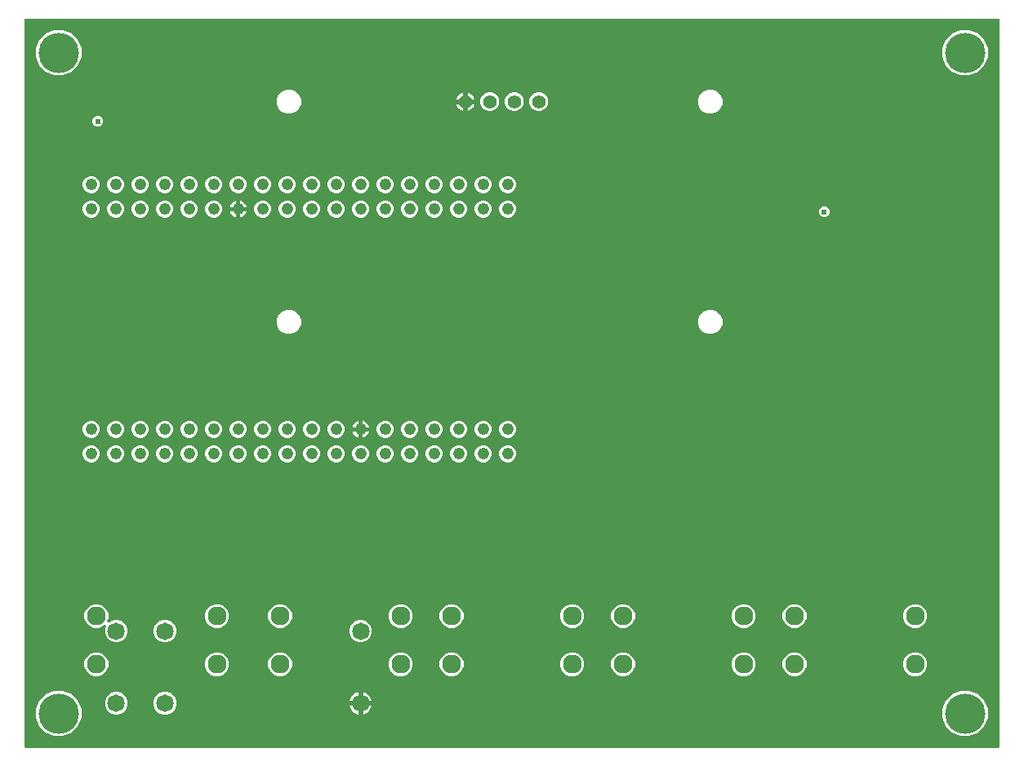
<source format=gbr>
G04 EAGLE Gerber RS-274X export*
G75*
%MOMM*%
%FSLAX34Y34*%
%LPD*%
%INCopper Layer 15*%
%IPPOS*%
%AMOC8*
5,1,8,0,0,1.08239X$1,22.5*%
G01*
%ADD10C,1.820000*%
%ADD11C,4.191000*%
%ADD12C,1.960000*%
%ADD13C,1.422400*%
%ADD14C,1.244600*%
%ADD15C,0.609600*%

G36*
X1012308Y2556D02*
X1012308Y2556D01*
X1012427Y2563D01*
X1012465Y2576D01*
X1012506Y2581D01*
X1012616Y2624D01*
X1012729Y2661D01*
X1012764Y2683D01*
X1012801Y2698D01*
X1012897Y2767D01*
X1012998Y2831D01*
X1013026Y2861D01*
X1013059Y2884D01*
X1013135Y2976D01*
X1013216Y3063D01*
X1013236Y3098D01*
X1013261Y3129D01*
X1013312Y3237D01*
X1013370Y3341D01*
X1013380Y3381D01*
X1013397Y3417D01*
X1013419Y3534D01*
X1013449Y3649D01*
X1013453Y3709D01*
X1013457Y3729D01*
X1013455Y3750D01*
X1013459Y3810D01*
X1013459Y758190D01*
X1013444Y758308D01*
X1013437Y758427D01*
X1013424Y758465D01*
X1013419Y758506D01*
X1013376Y758616D01*
X1013339Y758729D01*
X1013317Y758764D01*
X1013302Y758801D01*
X1013233Y758897D01*
X1013169Y758998D01*
X1013139Y759026D01*
X1013116Y759059D01*
X1013024Y759135D01*
X1012937Y759216D01*
X1012902Y759236D01*
X1012871Y759261D01*
X1012763Y759312D01*
X1012659Y759370D01*
X1012619Y759380D01*
X1012583Y759397D01*
X1012466Y759419D01*
X1012351Y759449D01*
X1012291Y759453D01*
X1012271Y759457D01*
X1012250Y759455D01*
X1012190Y759459D01*
X3810Y759459D01*
X3692Y759444D01*
X3573Y759437D01*
X3535Y759424D01*
X3494Y759419D01*
X3384Y759376D01*
X3271Y759339D01*
X3236Y759317D01*
X3199Y759302D01*
X3103Y759233D01*
X3002Y759169D01*
X2974Y759139D01*
X2941Y759116D01*
X2865Y759024D01*
X2784Y758937D01*
X2764Y758902D01*
X2739Y758871D01*
X2688Y758763D01*
X2630Y758659D01*
X2620Y758619D01*
X2603Y758583D01*
X2581Y758466D01*
X2551Y758351D01*
X2547Y758291D01*
X2543Y758271D01*
X2545Y758250D01*
X2541Y758190D01*
X2541Y3810D01*
X2556Y3692D01*
X2563Y3573D01*
X2576Y3535D01*
X2581Y3494D01*
X2624Y3384D01*
X2661Y3271D01*
X2683Y3236D01*
X2698Y3199D01*
X2767Y3103D01*
X2831Y3002D01*
X2861Y2974D01*
X2884Y2941D01*
X2976Y2865D01*
X3063Y2784D01*
X3098Y2764D01*
X3129Y2739D01*
X3237Y2688D01*
X3341Y2630D01*
X3381Y2620D01*
X3417Y2603D01*
X3534Y2581D01*
X3649Y2551D01*
X3709Y2547D01*
X3729Y2543D01*
X3750Y2545D01*
X3810Y2541D01*
X1012190Y2541D01*
X1012308Y2556D01*
G37*
%LPC*%
G36*
X973226Y700404D02*
X973226Y700404D01*
X964591Y703981D01*
X957981Y710591D01*
X954404Y719226D01*
X954404Y728574D01*
X957981Y737209D01*
X964591Y743819D01*
X973226Y747396D01*
X982574Y747396D01*
X991209Y743819D01*
X997819Y737209D01*
X1001396Y728574D01*
X1001396Y719226D01*
X997819Y710591D01*
X991209Y703981D01*
X982574Y700404D01*
X973226Y700404D01*
G37*
%LPD*%
%LPC*%
G36*
X33426Y700404D02*
X33426Y700404D01*
X24791Y703981D01*
X18181Y710591D01*
X14604Y719226D01*
X14604Y728574D01*
X18181Y737209D01*
X24791Y743819D01*
X33426Y747396D01*
X42774Y747396D01*
X51409Y743819D01*
X58019Y737209D01*
X61596Y728574D01*
X61596Y719226D01*
X58019Y710591D01*
X51409Y703981D01*
X42774Y700404D01*
X33426Y700404D01*
G37*
%LPD*%
%LPC*%
G36*
X33426Y14604D02*
X33426Y14604D01*
X24791Y18181D01*
X18181Y24791D01*
X14604Y33426D01*
X14604Y42774D01*
X18181Y51409D01*
X24791Y58019D01*
X33426Y61596D01*
X42774Y61596D01*
X51409Y58019D01*
X58019Y51409D01*
X61596Y42774D01*
X61596Y33426D01*
X58019Y24791D01*
X51409Y18181D01*
X42774Y14604D01*
X33426Y14604D01*
G37*
%LPD*%
%LPC*%
G36*
X973226Y14604D02*
X973226Y14604D01*
X964591Y18181D01*
X957981Y24791D01*
X954404Y33426D01*
X954404Y42774D01*
X957981Y51409D01*
X964591Y58019D01*
X973226Y61596D01*
X982574Y61596D01*
X991209Y58019D01*
X997819Y51409D01*
X1001396Y42774D01*
X1001396Y33426D01*
X997819Y24791D01*
X991209Y18181D01*
X982574Y14604D01*
X973226Y14604D01*
G37*
%LPD*%
%LPC*%
G36*
X95484Y112059D02*
X95484Y112059D01*
X91206Y113831D01*
X87931Y117106D01*
X86159Y121384D01*
X86159Y126015D01*
X87105Y128300D01*
X87124Y128367D01*
X87152Y128431D01*
X87166Y128520D01*
X87189Y128606D01*
X87190Y128676D01*
X87201Y128745D01*
X87193Y128835D01*
X87194Y128924D01*
X87178Y128992D01*
X87172Y129062D01*
X87141Y129146D01*
X87120Y129234D01*
X87088Y129295D01*
X87064Y129361D01*
X87014Y129435D01*
X86972Y129515D01*
X86925Y129566D01*
X86885Y129624D01*
X86818Y129684D01*
X86758Y129750D01*
X86699Y129788D01*
X86647Y129835D01*
X86567Y129875D01*
X86492Y129925D01*
X86426Y129947D01*
X86364Y129979D01*
X86276Y129999D01*
X86191Y130028D01*
X86122Y130034D01*
X86053Y130049D01*
X85964Y130046D01*
X85874Y130053D01*
X85805Y130041D01*
X85736Y130039D01*
X85649Y130014D01*
X85561Y129999D01*
X85497Y129970D01*
X85430Y129951D01*
X85353Y129905D01*
X85271Y129868D01*
X85216Y129825D01*
X85156Y129789D01*
X85035Y129683D01*
X84190Y128838D01*
X79655Y126959D01*
X74745Y126959D01*
X70210Y128838D01*
X66738Y132310D01*
X64859Y136845D01*
X64859Y141755D01*
X66738Y146290D01*
X70210Y149762D01*
X74745Y151641D01*
X79655Y151641D01*
X84190Y149762D01*
X87662Y146290D01*
X89541Y141755D01*
X89541Y136845D01*
X88488Y134304D01*
X88470Y134237D01*
X88442Y134172D01*
X88428Y134084D01*
X88404Y133997D01*
X88403Y133927D01*
X88392Y133858D01*
X88400Y133769D01*
X88399Y133679D01*
X88415Y133611D01*
X88422Y133542D01*
X88452Y133457D01*
X88473Y133370D01*
X88506Y133308D01*
X88529Y133242D01*
X88580Y133168D01*
X88622Y133089D01*
X88669Y133037D01*
X88708Y132979D01*
X88775Y132920D01*
X88836Y132853D01*
X88894Y132815D01*
X88946Y132769D01*
X89026Y132728D01*
X89102Y132679D01*
X89168Y132656D01*
X89230Y132624D01*
X89317Y132605D01*
X89402Y132575D01*
X89472Y132570D01*
X89540Y132555D01*
X89630Y132557D01*
X89719Y132550D01*
X89788Y132562D01*
X89858Y132564D01*
X89944Y132589D01*
X90033Y132605D01*
X90096Y132633D01*
X90163Y132653D01*
X90241Y132698D01*
X90323Y132735D01*
X90377Y132779D01*
X90437Y132814D01*
X90558Y132921D01*
X91206Y133569D01*
X95484Y135341D01*
X100116Y135341D01*
X104394Y133569D01*
X107669Y130294D01*
X109441Y126016D01*
X109441Y121384D01*
X107669Y117106D01*
X104394Y113831D01*
X100116Y112059D01*
X95484Y112059D01*
G37*
%LPD*%
%LPC*%
G36*
X711245Y660559D02*
X711245Y660559D01*
X706636Y662468D01*
X703108Y665996D01*
X701199Y670605D01*
X701199Y675595D01*
X703108Y680204D01*
X706636Y683732D01*
X711245Y685641D01*
X716235Y685641D01*
X720844Y683732D01*
X724372Y680204D01*
X726281Y675595D01*
X726281Y670605D01*
X724372Y665996D01*
X720844Y662468D01*
X716235Y660559D01*
X711245Y660559D01*
G37*
%LPD*%
%LPC*%
G36*
X274365Y660559D02*
X274365Y660559D01*
X269756Y662468D01*
X266228Y665996D01*
X264319Y670605D01*
X264319Y675595D01*
X266228Y680204D01*
X269756Y683732D01*
X274365Y685641D01*
X279355Y685641D01*
X283964Y683732D01*
X287492Y680204D01*
X289401Y675595D01*
X289401Y670605D01*
X287492Y665996D01*
X283964Y662468D01*
X279355Y660559D01*
X274365Y660559D01*
G37*
%LPD*%
%LPC*%
G36*
X274365Y431959D02*
X274365Y431959D01*
X269756Y433868D01*
X266228Y437396D01*
X264319Y442005D01*
X264319Y446995D01*
X266228Y451604D01*
X269756Y455132D01*
X274365Y457041D01*
X279355Y457041D01*
X283964Y455132D01*
X287492Y451604D01*
X289401Y446995D01*
X289401Y442005D01*
X287492Y437396D01*
X283964Y433868D01*
X279355Y431959D01*
X274365Y431959D01*
G37*
%LPD*%
%LPC*%
G36*
X711245Y431959D02*
X711245Y431959D01*
X706636Y433868D01*
X703108Y437396D01*
X701199Y442005D01*
X701199Y446995D01*
X703108Y451604D01*
X706636Y455132D01*
X711245Y457041D01*
X716235Y457041D01*
X720844Y455132D01*
X724372Y451604D01*
X726281Y446995D01*
X726281Y442005D01*
X724372Y437396D01*
X720844Y433868D01*
X716235Y431959D01*
X711245Y431959D01*
G37*
%LPD*%
%LPC*%
G36*
X620845Y126959D02*
X620845Y126959D01*
X616310Y128838D01*
X612838Y132310D01*
X610959Y136845D01*
X610959Y141755D01*
X612838Y146290D01*
X616310Y149762D01*
X620845Y151641D01*
X625755Y151641D01*
X630290Y149762D01*
X633762Y146290D01*
X635641Y141755D01*
X635641Y136845D01*
X633762Y132310D01*
X630290Y128838D01*
X625755Y126959D01*
X620845Y126959D01*
G37*
%LPD*%
%LPC*%
G36*
X745845Y126959D02*
X745845Y126959D01*
X741310Y128838D01*
X737838Y132310D01*
X735959Y136845D01*
X735959Y141755D01*
X737838Y146290D01*
X741310Y149762D01*
X745845Y151641D01*
X750755Y151641D01*
X755290Y149762D01*
X758762Y146290D01*
X760641Y141755D01*
X760641Y136845D01*
X758762Y132310D01*
X755290Y128838D01*
X750755Y126959D01*
X745845Y126959D01*
G37*
%LPD*%
%LPC*%
G36*
X798645Y126959D02*
X798645Y126959D01*
X794110Y128838D01*
X790638Y132310D01*
X788759Y136845D01*
X788759Y141755D01*
X790638Y146290D01*
X794110Y149762D01*
X798645Y151641D01*
X803555Y151641D01*
X808090Y149762D01*
X811562Y146290D01*
X813441Y141755D01*
X813441Y136845D01*
X811562Y132310D01*
X808090Y128838D01*
X803555Y126959D01*
X798645Y126959D01*
G37*
%LPD*%
%LPC*%
G36*
X923645Y126959D02*
X923645Y126959D01*
X919110Y128838D01*
X915638Y132310D01*
X913759Y136845D01*
X913759Y141755D01*
X915638Y146290D01*
X919110Y149762D01*
X923645Y151641D01*
X928555Y151641D01*
X933090Y149762D01*
X936562Y146290D01*
X938441Y141755D01*
X938441Y136845D01*
X936562Y132310D01*
X933090Y128838D01*
X928555Y126959D01*
X923645Y126959D01*
G37*
%LPD*%
%LPC*%
G36*
X199745Y126959D02*
X199745Y126959D01*
X195210Y128838D01*
X191738Y132310D01*
X189859Y136845D01*
X189859Y141755D01*
X191738Y146290D01*
X195210Y149762D01*
X199745Y151641D01*
X204655Y151641D01*
X209190Y149762D01*
X212662Y146290D01*
X214541Y141755D01*
X214541Y136845D01*
X212662Y132310D01*
X209190Y128838D01*
X204655Y126959D01*
X199745Y126959D01*
G37*
%LPD*%
%LPC*%
G36*
X620845Y76959D02*
X620845Y76959D01*
X616310Y78838D01*
X612838Y82310D01*
X610959Y86845D01*
X610959Y91755D01*
X612838Y96290D01*
X616310Y99762D01*
X620845Y101641D01*
X625755Y101641D01*
X630290Y99762D01*
X633762Y96290D01*
X635641Y91755D01*
X635641Y86845D01*
X633762Y82310D01*
X630290Y78838D01*
X625755Y76959D01*
X620845Y76959D01*
G37*
%LPD*%
%LPC*%
G36*
X390245Y126959D02*
X390245Y126959D01*
X385710Y128838D01*
X382238Y132310D01*
X380359Y136845D01*
X380359Y141755D01*
X382238Y146290D01*
X385710Y149762D01*
X390245Y151641D01*
X395155Y151641D01*
X399690Y149762D01*
X403162Y146290D01*
X405041Y141755D01*
X405041Y136845D01*
X403162Y132310D01*
X399690Y128838D01*
X395155Y126959D01*
X390245Y126959D01*
G37*
%LPD*%
%LPC*%
G36*
X443045Y126959D02*
X443045Y126959D01*
X438510Y128838D01*
X435038Y132310D01*
X433159Y136845D01*
X433159Y141755D01*
X435038Y146290D01*
X438510Y149762D01*
X443045Y151641D01*
X447955Y151641D01*
X452490Y149762D01*
X455962Y146290D01*
X457841Y141755D01*
X457841Y136845D01*
X455962Y132310D01*
X452490Y128838D01*
X447955Y126959D01*
X443045Y126959D01*
G37*
%LPD*%
%LPC*%
G36*
X568045Y126959D02*
X568045Y126959D01*
X563510Y128838D01*
X560038Y132310D01*
X558159Y136845D01*
X558159Y141755D01*
X560038Y146290D01*
X563510Y149762D01*
X568045Y151641D01*
X572955Y151641D01*
X577490Y149762D01*
X580962Y146290D01*
X582841Y141755D01*
X582841Y136845D01*
X580962Y132310D01*
X577490Y128838D01*
X572955Y126959D01*
X568045Y126959D01*
G37*
%LPD*%
%LPC*%
G36*
X265245Y126959D02*
X265245Y126959D01*
X260710Y128838D01*
X257238Y132310D01*
X255359Y136845D01*
X255359Y141755D01*
X257238Y146290D01*
X260710Y149762D01*
X265245Y151641D01*
X270155Y151641D01*
X274690Y149762D01*
X278162Y146290D01*
X280041Y141755D01*
X280041Y136845D01*
X278162Y132310D01*
X274690Y128838D01*
X270155Y126959D01*
X265245Y126959D01*
G37*
%LPD*%
%LPC*%
G36*
X923645Y76959D02*
X923645Y76959D01*
X919110Y78838D01*
X915638Y82310D01*
X913759Y86845D01*
X913759Y91755D01*
X915638Y96290D01*
X919110Y99762D01*
X923645Y101641D01*
X928555Y101641D01*
X933090Y99762D01*
X936562Y96290D01*
X938441Y91755D01*
X938441Y86845D01*
X936562Y82310D01*
X933090Y78838D01*
X928555Y76959D01*
X923645Y76959D01*
G37*
%LPD*%
%LPC*%
G36*
X798645Y76959D02*
X798645Y76959D01*
X794110Y78838D01*
X790638Y82310D01*
X788759Y86845D01*
X788759Y91755D01*
X790638Y96290D01*
X794110Y99762D01*
X798645Y101641D01*
X803555Y101641D01*
X808090Y99762D01*
X811562Y96290D01*
X813441Y91755D01*
X813441Y86845D01*
X811562Y82310D01*
X808090Y78838D01*
X803555Y76959D01*
X798645Y76959D01*
G37*
%LPD*%
%LPC*%
G36*
X745845Y76959D02*
X745845Y76959D01*
X741310Y78838D01*
X737838Y82310D01*
X735959Y86845D01*
X735959Y91755D01*
X737838Y96290D01*
X741310Y99762D01*
X745845Y101641D01*
X750755Y101641D01*
X755290Y99762D01*
X758762Y96290D01*
X760641Y91755D01*
X760641Y86845D01*
X758762Y82310D01*
X755290Y78838D01*
X750755Y76959D01*
X745845Y76959D01*
G37*
%LPD*%
%LPC*%
G36*
X568045Y76959D02*
X568045Y76959D01*
X563510Y78838D01*
X560038Y82310D01*
X558159Y86845D01*
X558159Y91755D01*
X560038Y96290D01*
X563510Y99762D01*
X568045Y101641D01*
X572955Y101641D01*
X577490Y99762D01*
X580962Y96290D01*
X582841Y91755D01*
X582841Y86845D01*
X580962Y82310D01*
X577490Y78838D01*
X572955Y76959D01*
X568045Y76959D01*
G37*
%LPD*%
%LPC*%
G36*
X443045Y76959D02*
X443045Y76959D01*
X438510Y78838D01*
X435038Y82310D01*
X433159Y86845D01*
X433159Y91755D01*
X435038Y96290D01*
X438510Y99762D01*
X443045Y101641D01*
X447955Y101641D01*
X452490Y99762D01*
X455962Y96290D01*
X457841Y91755D01*
X457841Y86845D01*
X455962Y82310D01*
X452490Y78838D01*
X447955Y76959D01*
X443045Y76959D01*
G37*
%LPD*%
%LPC*%
G36*
X390245Y76959D02*
X390245Y76959D01*
X385710Y78838D01*
X382238Y82310D01*
X380359Y86845D01*
X380359Y91755D01*
X382238Y96290D01*
X385710Y99762D01*
X390245Y101641D01*
X395155Y101641D01*
X399690Y99762D01*
X403162Y96290D01*
X405041Y91755D01*
X405041Y86845D01*
X403162Y82310D01*
X399690Y78838D01*
X395155Y76959D01*
X390245Y76959D01*
G37*
%LPD*%
%LPC*%
G36*
X265245Y76959D02*
X265245Y76959D01*
X260710Y78838D01*
X257238Y82310D01*
X255359Y86845D01*
X255359Y91755D01*
X257238Y96290D01*
X260710Y99762D01*
X265245Y101641D01*
X270155Y101641D01*
X274690Y99762D01*
X278162Y96290D01*
X280041Y91755D01*
X280041Y86845D01*
X278162Y82310D01*
X274690Y78838D01*
X270155Y76959D01*
X265245Y76959D01*
G37*
%LPD*%
%LPC*%
G36*
X199745Y76959D02*
X199745Y76959D01*
X195210Y78838D01*
X191738Y82310D01*
X189859Y86845D01*
X189859Y91755D01*
X191738Y96290D01*
X195210Y99762D01*
X199745Y101641D01*
X204655Y101641D01*
X209190Y99762D01*
X212662Y96290D01*
X214541Y91755D01*
X214541Y86845D01*
X212662Y82310D01*
X209190Y78838D01*
X204655Y76959D01*
X199745Y76959D01*
G37*
%LPD*%
%LPC*%
G36*
X74745Y76959D02*
X74745Y76959D01*
X70210Y78838D01*
X66738Y82310D01*
X64859Y86845D01*
X64859Y91755D01*
X66738Y96290D01*
X70210Y99762D01*
X74745Y101641D01*
X79655Y101641D01*
X84190Y99762D01*
X87662Y96290D01*
X89541Y91755D01*
X89541Y86845D01*
X87662Y82310D01*
X84190Y78838D01*
X79655Y76959D01*
X74745Y76959D01*
G37*
%LPD*%
%LPC*%
G36*
X348884Y112059D02*
X348884Y112059D01*
X344606Y113831D01*
X341331Y117106D01*
X339559Y121384D01*
X339559Y126016D01*
X341331Y130294D01*
X344606Y133569D01*
X348884Y135341D01*
X353516Y135341D01*
X357794Y133569D01*
X361069Y130294D01*
X362841Y126016D01*
X362841Y121384D01*
X361069Y117106D01*
X357794Y113831D01*
X353516Y112059D01*
X348884Y112059D01*
G37*
%LPD*%
%LPC*%
G36*
X145884Y112059D02*
X145884Y112059D01*
X141606Y113831D01*
X138331Y117106D01*
X136559Y121384D01*
X136559Y126016D01*
X138331Y130294D01*
X141606Y133569D01*
X145884Y135341D01*
X150516Y135341D01*
X154794Y133569D01*
X158069Y130294D01*
X159841Y126016D01*
X159841Y121384D01*
X158069Y117106D01*
X154794Y113831D01*
X150516Y112059D01*
X145884Y112059D01*
G37*
%LPD*%
%LPC*%
G36*
X145884Y37059D02*
X145884Y37059D01*
X141606Y38831D01*
X138331Y42106D01*
X136559Y46384D01*
X136559Y51016D01*
X138331Y55294D01*
X141606Y58569D01*
X145884Y60341D01*
X150516Y60341D01*
X154794Y58569D01*
X158069Y55294D01*
X159841Y51016D01*
X159841Y46384D01*
X158069Y42106D01*
X154794Y38831D01*
X150516Y37059D01*
X145884Y37059D01*
G37*
%LPD*%
%LPC*%
G36*
X95484Y37059D02*
X95484Y37059D01*
X91206Y38831D01*
X87931Y42106D01*
X86159Y46384D01*
X86159Y51016D01*
X87931Y55294D01*
X91206Y58569D01*
X95484Y60341D01*
X100116Y60341D01*
X104394Y58569D01*
X107669Y55294D01*
X109441Y51016D01*
X109441Y46384D01*
X107669Y42106D01*
X104394Y38831D01*
X100116Y37059D01*
X95484Y37059D01*
G37*
%LPD*%
%LPC*%
G36*
X483220Y663447D02*
X483220Y663447D01*
X479672Y664917D01*
X476957Y667632D01*
X475487Y671180D01*
X475487Y675020D01*
X476957Y678568D01*
X479672Y681283D01*
X483220Y682753D01*
X487060Y682753D01*
X490608Y681283D01*
X493323Y678568D01*
X494793Y675020D01*
X494793Y671180D01*
X493323Y667632D01*
X490608Y664917D01*
X487060Y663447D01*
X483220Y663447D01*
G37*
%LPD*%
%LPC*%
G36*
X508620Y663447D02*
X508620Y663447D01*
X505072Y664917D01*
X502357Y667632D01*
X500887Y671180D01*
X500887Y675020D01*
X502357Y678568D01*
X505072Y681283D01*
X508620Y682753D01*
X512460Y682753D01*
X516008Y681283D01*
X518723Y678568D01*
X520193Y675020D01*
X520193Y671180D01*
X518723Y667632D01*
X516008Y664917D01*
X512460Y663447D01*
X508620Y663447D01*
G37*
%LPD*%
%LPC*%
G36*
X534020Y663447D02*
X534020Y663447D01*
X530472Y664917D01*
X527757Y667632D01*
X526287Y671180D01*
X526287Y675020D01*
X527757Y678568D01*
X530472Y681283D01*
X534020Y682753D01*
X537860Y682753D01*
X541408Y681283D01*
X544123Y678568D01*
X545593Y675020D01*
X545593Y671180D01*
X544123Y667632D01*
X541408Y664917D01*
X537860Y663447D01*
X534020Y663447D01*
G37*
%LPD*%
%LPC*%
G36*
X171657Y578236D02*
X171657Y578236D01*
X168436Y579570D01*
X165970Y582036D01*
X164636Y585257D01*
X164636Y588743D01*
X165970Y591964D01*
X168436Y594430D01*
X171657Y595764D01*
X175143Y595764D01*
X178364Y594430D01*
X180830Y591964D01*
X182164Y588743D01*
X182164Y585257D01*
X180830Y582036D01*
X178364Y579570D01*
X175143Y578236D01*
X171657Y578236D01*
G37*
%LPD*%
%LPC*%
G36*
X146257Y578236D02*
X146257Y578236D01*
X143036Y579570D01*
X140570Y582036D01*
X139236Y585257D01*
X139236Y588743D01*
X140570Y591964D01*
X143036Y594430D01*
X146257Y595764D01*
X149743Y595764D01*
X152964Y594430D01*
X155430Y591964D01*
X156764Y588743D01*
X156764Y585257D01*
X155430Y582036D01*
X152964Y579570D01*
X149743Y578236D01*
X146257Y578236D01*
G37*
%LPD*%
%LPC*%
G36*
X120857Y578236D02*
X120857Y578236D01*
X117636Y579570D01*
X115170Y582036D01*
X113836Y585257D01*
X113836Y588743D01*
X115170Y591964D01*
X117636Y594430D01*
X120857Y595764D01*
X124343Y595764D01*
X127564Y594430D01*
X130030Y591964D01*
X131364Y588743D01*
X131364Y585257D01*
X130030Y582036D01*
X127564Y579570D01*
X124343Y578236D01*
X120857Y578236D01*
G37*
%LPD*%
%LPC*%
G36*
X501857Y552836D02*
X501857Y552836D01*
X498636Y554170D01*
X496170Y556636D01*
X494836Y559857D01*
X494836Y563343D01*
X496170Y566564D01*
X498636Y569030D01*
X501857Y570364D01*
X505343Y570364D01*
X508564Y569030D01*
X511030Y566564D01*
X512364Y563343D01*
X512364Y559857D01*
X511030Y556636D01*
X508564Y554170D01*
X505343Y552836D01*
X501857Y552836D01*
G37*
%LPD*%
%LPC*%
G36*
X476457Y552836D02*
X476457Y552836D01*
X473236Y554170D01*
X470770Y556636D01*
X469436Y559857D01*
X469436Y563343D01*
X470770Y566564D01*
X473236Y569030D01*
X476457Y570364D01*
X479943Y570364D01*
X483164Y569030D01*
X485630Y566564D01*
X486964Y563343D01*
X486964Y559857D01*
X485630Y556636D01*
X483164Y554170D01*
X479943Y552836D01*
X476457Y552836D01*
G37*
%LPD*%
%LPC*%
G36*
X451057Y552836D02*
X451057Y552836D01*
X447836Y554170D01*
X445370Y556636D01*
X444036Y559857D01*
X444036Y563343D01*
X445370Y566564D01*
X447836Y569030D01*
X451057Y570364D01*
X454543Y570364D01*
X457764Y569030D01*
X460230Y566564D01*
X461564Y563343D01*
X461564Y559857D01*
X460230Y556636D01*
X457764Y554170D01*
X454543Y552836D01*
X451057Y552836D01*
G37*
%LPD*%
%LPC*%
G36*
X425657Y552836D02*
X425657Y552836D01*
X422436Y554170D01*
X419970Y556636D01*
X418636Y559857D01*
X418636Y563343D01*
X419970Y566564D01*
X422436Y569030D01*
X425657Y570364D01*
X429143Y570364D01*
X432364Y569030D01*
X434830Y566564D01*
X436164Y563343D01*
X436164Y559857D01*
X434830Y556636D01*
X432364Y554170D01*
X429143Y552836D01*
X425657Y552836D01*
G37*
%LPD*%
%LPC*%
G36*
X400257Y552836D02*
X400257Y552836D01*
X397036Y554170D01*
X394570Y556636D01*
X393236Y559857D01*
X393236Y563343D01*
X394570Y566564D01*
X397036Y569030D01*
X400257Y570364D01*
X403743Y570364D01*
X406964Y569030D01*
X409430Y566564D01*
X410764Y563343D01*
X410764Y559857D01*
X409430Y556636D01*
X406964Y554170D01*
X403743Y552836D01*
X400257Y552836D01*
G37*
%LPD*%
%LPC*%
G36*
X374857Y552836D02*
X374857Y552836D01*
X371636Y554170D01*
X369170Y556636D01*
X367836Y559857D01*
X367836Y563343D01*
X369170Y566564D01*
X371636Y569030D01*
X374857Y570364D01*
X378343Y570364D01*
X381564Y569030D01*
X384030Y566564D01*
X385364Y563343D01*
X385364Y559857D01*
X384030Y556636D01*
X381564Y554170D01*
X378343Y552836D01*
X374857Y552836D01*
G37*
%LPD*%
%LPC*%
G36*
X349457Y552836D02*
X349457Y552836D01*
X346236Y554170D01*
X343770Y556636D01*
X342436Y559857D01*
X342436Y563343D01*
X343770Y566564D01*
X346236Y569030D01*
X349457Y570364D01*
X352943Y570364D01*
X356164Y569030D01*
X358630Y566564D01*
X359964Y563343D01*
X359964Y559857D01*
X358630Y556636D01*
X356164Y554170D01*
X352943Y552836D01*
X349457Y552836D01*
G37*
%LPD*%
%LPC*%
G36*
X324057Y552836D02*
X324057Y552836D01*
X320836Y554170D01*
X318370Y556636D01*
X317036Y559857D01*
X317036Y563343D01*
X318370Y566564D01*
X320836Y569030D01*
X324057Y570364D01*
X327543Y570364D01*
X330764Y569030D01*
X333230Y566564D01*
X334564Y563343D01*
X334564Y559857D01*
X333230Y556636D01*
X330764Y554170D01*
X327543Y552836D01*
X324057Y552836D01*
G37*
%LPD*%
%LPC*%
G36*
X298657Y552836D02*
X298657Y552836D01*
X295436Y554170D01*
X292970Y556636D01*
X291636Y559857D01*
X291636Y563343D01*
X292970Y566564D01*
X295436Y569030D01*
X298657Y570364D01*
X302143Y570364D01*
X305364Y569030D01*
X307830Y566564D01*
X309164Y563343D01*
X309164Y559857D01*
X307830Y556636D01*
X305364Y554170D01*
X302143Y552836D01*
X298657Y552836D01*
G37*
%LPD*%
%LPC*%
G36*
X273257Y552836D02*
X273257Y552836D01*
X270036Y554170D01*
X267570Y556636D01*
X266236Y559857D01*
X266236Y563343D01*
X267570Y566564D01*
X270036Y569030D01*
X273257Y570364D01*
X276743Y570364D01*
X279964Y569030D01*
X282430Y566564D01*
X283764Y563343D01*
X283764Y559857D01*
X282430Y556636D01*
X279964Y554170D01*
X276743Y552836D01*
X273257Y552836D01*
G37*
%LPD*%
%LPC*%
G36*
X247857Y552836D02*
X247857Y552836D01*
X244636Y554170D01*
X242170Y556636D01*
X240836Y559857D01*
X240836Y563343D01*
X242170Y566564D01*
X244636Y569030D01*
X247857Y570364D01*
X251343Y570364D01*
X254564Y569030D01*
X257030Y566564D01*
X258364Y563343D01*
X258364Y559857D01*
X257030Y556636D01*
X254564Y554170D01*
X251343Y552836D01*
X247857Y552836D01*
G37*
%LPD*%
%LPC*%
G36*
X197057Y552836D02*
X197057Y552836D01*
X193836Y554170D01*
X191370Y556636D01*
X190036Y559857D01*
X190036Y563343D01*
X191370Y566564D01*
X193836Y569030D01*
X197057Y570364D01*
X200543Y570364D01*
X203764Y569030D01*
X206230Y566564D01*
X207564Y563343D01*
X207564Y559857D01*
X206230Y556636D01*
X203764Y554170D01*
X200543Y552836D01*
X197057Y552836D01*
G37*
%LPD*%
%LPC*%
G36*
X171657Y552836D02*
X171657Y552836D01*
X168436Y554170D01*
X165970Y556636D01*
X164636Y559857D01*
X164636Y563343D01*
X165970Y566564D01*
X168436Y569030D01*
X171657Y570364D01*
X175143Y570364D01*
X178364Y569030D01*
X180830Y566564D01*
X182164Y563343D01*
X182164Y559857D01*
X180830Y556636D01*
X178364Y554170D01*
X175143Y552836D01*
X171657Y552836D01*
G37*
%LPD*%
%LPC*%
G36*
X146257Y552836D02*
X146257Y552836D01*
X143036Y554170D01*
X140570Y556636D01*
X139236Y559857D01*
X139236Y563343D01*
X140570Y566564D01*
X143036Y569030D01*
X146257Y570364D01*
X149743Y570364D01*
X152964Y569030D01*
X155430Y566564D01*
X156764Y563343D01*
X156764Y559857D01*
X155430Y556636D01*
X152964Y554170D01*
X149743Y552836D01*
X146257Y552836D01*
G37*
%LPD*%
%LPC*%
G36*
X120857Y552836D02*
X120857Y552836D01*
X117636Y554170D01*
X115170Y556636D01*
X113836Y559857D01*
X113836Y563343D01*
X115170Y566564D01*
X117636Y569030D01*
X120857Y570364D01*
X124343Y570364D01*
X127564Y569030D01*
X130030Y566564D01*
X131364Y563343D01*
X131364Y559857D01*
X130030Y556636D01*
X127564Y554170D01*
X124343Y552836D01*
X120857Y552836D01*
G37*
%LPD*%
%LPC*%
G36*
X95457Y552836D02*
X95457Y552836D01*
X92236Y554170D01*
X89770Y556636D01*
X88436Y559857D01*
X88436Y563343D01*
X89770Y566564D01*
X92236Y569030D01*
X95457Y570364D01*
X98943Y570364D01*
X102164Y569030D01*
X104630Y566564D01*
X105964Y563343D01*
X105964Y559857D01*
X104630Y556636D01*
X102164Y554170D01*
X98943Y552836D01*
X95457Y552836D01*
G37*
%LPD*%
%LPC*%
G36*
X70057Y552836D02*
X70057Y552836D01*
X66836Y554170D01*
X64370Y556636D01*
X63036Y559857D01*
X63036Y563343D01*
X64370Y566564D01*
X66836Y569030D01*
X70057Y570364D01*
X73543Y570364D01*
X76764Y569030D01*
X79230Y566564D01*
X80564Y563343D01*
X80564Y559857D01*
X79230Y556636D01*
X76764Y554170D01*
X73543Y552836D01*
X70057Y552836D01*
G37*
%LPD*%
%LPC*%
G36*
X95457Y324236D02*
X95457Y324236D01*
X92236Y325570D01*
X89770Y328036D01*
X88436Y331257D01*
X88436Y334743D01*
X89770Y337964D01*
X92236Y340430D01*
X95457Y341764D01*
X98943Y341764D01*
X102164Y340430D01*
X104630Y337964D01*
X105964Y334743D01*
X105964Y331257D01*
X104630Y328036D01*
X102164Y325570D01*
X98943Y324236D01*
X95457Y324236D01*
G37*
%LPD*%
%LPC*%
G36*
X70057Y324236D02*
X70057Y324236D01*
X66836Y325570D01*
X64370Y328036D01*
X63036Y331257D01*
X63036Y334743D01*
X64370Y337964D01*
X66836Y340430D01*
X70057Y341764D01*
X73543Y341764D01*
X76764Y340430D01*
X79230Y337964D01*
X80564Y334743D01*
X80564Y331257D01*
X79230Y328036D01*
X76764Y325570D01*
X73543Y324236D01*
X70057Y324236D01*
G37*
%LPD*%
%LPC*%
G36*
X501857Y324236D02*
X501857Y324236D01*
X498636Y325570D01*
X496170Y328036D01*
X494836Y331257D01*
X494836Y334743D01*
X496170Y337964D01*
X498636Y340430D01*
X501857Y341764D01*
X505343Y341764D01*
X508564Y340430D01*
X511030Y337964D01*
X512364Y334743D01*
X512364Y331257D01*
X511030Y328036D01*
X508564Y325570D01*
X505343Y324236D01*
X501857Y324236D01*
G37*
%LPD*%
%LPC*%
G36*
X476457Y324236D02*
X476457Y324236D01*
X473236Y325570D01*
X470770Y328036D01*
X469436Y331257D01*
X469436Y334743D01*
X470770Y337964D01*
X473236Y340430D01*
X476457Y341764D01*
X479943Y341764D01*
X483164Y340430D01*
X485630Y337964D01*
X486964Y334743D01*
X486964Y331257D01*
X485630Y328036D01*
X483164Y325570D01*
X479943Y324236D01*
X476457Y324236D01*
G37*
%LPD*%
%LPC*%
G36*
X451057Y324236D02*
X451057Y324236D01*
X447836Y325570D01*
X445370Y328036D01*
X444036Y331257D01*
X444036Y334743D01*
X445370Y337964D01*
X447836Y340430D01*
X451057Y341764D01*
X454543Y341764D01*
X457764Y340430D01*
X460230Y337964D01*
X461564Y334743D01*
X461564Y331257D01*
X460230Y328036D01*
X457764Y325570D01*
X454543Y324236D01*
X451057Y324236D01*
G37*
%LPD*%
%LPC*%
G36*
X425657Y324236D02*
X425657Y324236D01*
X422436Y325570D01*
X419970Y328036D01*
X418636Y331257D01*
X418636Y334743D01*
X419970Y337964D01*
X422436Y340430D01*
X425657Y341764D01*
X429143Y341764D01*
X432364Y340430D01*
X434830Y337964D01*
X436164Y334743D01*
X436164Y331257D01*
X434830Y328036D01*
X432364Y325570D01*
X429143Y324236D01*
X425657Y324236D01*
G37*
%LPD*%
%LPC*%
G36*
X400257Y324236D02*
X400257Y324236D01*
X397036Y325570D01*
X394570Y328036D01*
X393236Y331257D01*
X393236Y334743D01*
X394570Y337964D01*
X397036Y340430D01*
X400257Y341764D01*
X403743Y341764D01*
X406964Y340430D01*
X409430Y337964D01*
X410764Y334743D01*
X410764Y331257D01*
X409430Y328036D01*
X406964Y325570D01*
X403743Y324236D01*
X400257Y324236D01*
G37*
%LPD*%
%LPC*%
G36*
X70057Y578236D02*
X70057Y578236D01*
X66836Y579570D01*
X64370Y582036D01*
X63036Y585257D01*
X63036Y588743D01*
X64370Y591964D01*
X66836Y594430D01*
X70057Y595764D01*
X73543Y595764D01*
X76764Y594430D01*
X79230Y591964D01*
X80564Y588743D01*
X80564Y585257D01*
X79230Y582036D01*
X76764Y579570D01*
X73543Y578236D01*
X70057Y578236D01*
G37*
%LPD*%
%LPC*%
G36*
X324057Y324236D02*
X324057Y324236D01*
X320836Y325570D01*
X318370Y328036D01*
X317036Y331257D01*
X317036Y334743D01*
X318370Y337964D01*
X320836Y340430D01*
X324057Y341764D01*
X327543Y341764D01*
X330764Y340430D01*
X333230Y337964D01*
X334564Y334743D01*
X334564Y331257D01*
X333230Y328036D01*
X330764Y325570D01*
X327543Y324236D01*
X324057Y324236D01*
G37*
%LPD*%
%LPC*%
G36*
X298657Y324236D02*
X298657Y324236D01*
X295436Y325570D01*
X292970Y328036D01*
X291636Y331257D01*
X291636Y334743D01*
X292970Y337964D01*
X295436Y340430D01*
X298657Y341764D01*
X302143Y341764D01*
X305364Y340430D01*
X307830Y337964D01*
X309164Y334743D01*
X309164Y331257D01*
X307830Y328036D01*
X305364Y325570D01*
X302143Y324236D01*
X298657Y324236D01*
G37*
%LPD*%
%LPC*%
G36*
X273257Y324236D02*
X273257Y324236D01*
X270036Y325570D01*
X267570Y328036D01*
X266236Y331257D01*
X266236Y334743D01*
X267570Y337964D01*
X270036Y340430D01*
X273257Y341764D01*
X276743Y341764D01*
X279964Y340430D01*
X282430Y337964D01*
X283764Y334743D01*
X283764Y331257D01*
X282430Y328036D01*
X279964Y325570D01*
X276743Y324236D01*
X273257Y324236D01*
G37*
%LPD*%
%LPC*%
G36*
X247857Y324236D02*
X247857Y324236D01*
X244636Y325570D01*
X242170Y328036D01*
X240836Y331257D01*
X240836Y334743D01*
X242170Y337964D01*
X244636Y340430D01*
X247857Y341764D01*
X251343Y341764D01*
X254564Y340430D01*
X257030Y337964D01*
X258364Y334743D01*
X258364Y331257D01*
X257030Y328036D01*
X254564Y325570D01*
X251343Y324236D01*
X247857Y324236D01*
G37*
%LPD*%
%LPC*%
G36*
X222457Y324236D02*
X222457Y324236D01*
X219236Y325570D01*
X216770Y328036D01*
X215436Y331257D01*
X215436Y334743D01*
X216770Y337964D01*
X219236Y340430D01*
X222457Y341764D01*
X225943Y341764D01*
X229164Y340430D01*
X231630Y337964D01*
X232964Y334743D01*
X232964Y331257D01*
X231630Y328036D01*
X229164Y325570D01*
X225943Y324236D01*
X222457Y324236D01*
G37*
%LPD*%
%LPC*%
G36*
X197057Y324236D02*
X197057Y324236D01*
X193836Y325570D01*
X191370Y328036D01*
X190036Y331257D01*
X190036Y334743D01*
X191370Y337964D01*
X193836Y340430D01*
X197057Y341764D01*
X200543Y341764D01*
X203764Y340430D01*
X206230Y337964D01*
X207564Y334743D01*
X207564Y331257D01*
X206230Y328036D01*
X203764Y325570D01*
X200543Y324236D01*
X197057Y324236D01*
G37*
%LPD*%
%LPC*%
G36*
X171657Y324236D02*
X171657Y324236D01*
X168436Y325570D01*
X165970Y328036D01*
X164636Y331257D01*
X164636Y334743D01*
X165970Y337964D01*
X168436Y340430D01*
X171657Y341764D01*
X175143Y341764D01*
X178364Y340430D01*
X180830Y337964D01*
X182164Y334743D01*
X182164Y331257D01*
X180830Y328036D01*
X178364Y325570D01*
X175143Y324236D01*
X171657Y324236D01*
G37*
%LPD*%
%LPC*%
G36*
X146257Y324236D02*
X146257Y324236D01*
X143036Y325570D01*
X140570Y328036D01*
X139236Y331257D01*
X139236Y334743D01*
X140570Y337964D01*
X143036Y340430D01*
X146257Y341764D01*
X149743Y341764D01*
X152964Y340430D01*
X155430Y337964D01*
X156764Y334743D01*
X156764Y331257D01*
X155430Y328036D01*
X152964Y325570D01*
X149743Y324236D01*
X146257Y324236D01*
G37*
%LPD*%
%LPC*%
G36*
X120857Y324236D02*
X120857Y324236D01*
X117636Y325570D01*
X115170Y328036D01*
X113836Y331257D01*
X113836Y334743D01*
X115170Y337964D01*
X117636Y340430D01*
X120857Y341764D01*
X124343Y341764D01*
X127564Y340430D01*
X130030Y337964D01*
X131364Y334743D01*
X131364Y331257D01*
X130030Y328036D01*
X127564Y325570D01*
X124343Y324236D01*
X120857Y324236D01*
G37*
%LPD*%
%LPC*%
G36*
X476457Y298836D02*
X476457Y298836D01*
X473236Y300170D01*
X470770Y302636D01*
X469436Y305857D01*
X469436Y309343D01*
X470770Y312564D01*
X473236Y315030D01*
X476457Y316364D01*
X479943Y316364D01*
X483164Y315030D01*
X485630Y312564D01*
X486964Y309343D01*
X486964Y305857D01*
X485630Y302636D01*
X483164Y300170D01*
X479943Y298836D01*
X476457Y298836D01*
G37*
%LPD*%
%LPC*%
G36*
X451057Y298836D02*
X451057Y298836D01*
X447836Y300170D01*
X445370Y302636D01*
X444036Y305857D01*
X444036Y309343D01*
X445370Y312564D01*
X447836Y315030D01*
X451057Y316364D01*
X454543Y316364D01*
X457764Y315030D01*
X460230Y312564D01*
X461564Y309343D01*
X461564Y305857D01*
X460230Y302636D01*
X457764Y300170D01*
X454543Y298836D01*
X451057Y298836D01*
G37*
%LPD*%
%LPC*%
G36*
X501857Y298836D02*
X501857Y298836D01*
X498636Y300170D01*
X496170Y302636D01*
X494836Y305857D01*
X494836Y309343D01*
X496170Y312564D01*
X498636Y315030D01*
X501857Y316364D01*
X505343Y316364D01*
X508564Y315030D01*
X511030Y312564D01*
X512364Y309343D01*
X512364Y305857D01*
X511030Y302636D01*
X508564Y300170D01*
X505343Y298836D01*
X501857Y298836D01*
G37*
%LPD*%
%LPC*%
G36*
X298657Y298836D02*
X298657Y298836D01*
X295436Y300170D01*
X292970Y302636D01*
X291636Y305857D01*
X291636Y309343D01*
X292970Y312564D01*
X295436Y315030D01*
X298657Y316364D01*
X302143Y316364D01*
X305364Y315030D01*
X307830Y312564D01*
X309164Y309343D01*
X309164Y305857D01*
X307830Y302636D01*
X305364Y300170D01*
X302143Y298836D01*
X298657Y298836D01*
G37*
%LPD*%
%LPC*%
G36*
X273257Y298836D02*
X273257Y298836D01*
X270036Y300170D01*
X267570Y302636D01*
X266236Y305857D01*
X266236Y309343D01*
X267570Y312564D01*
X270036Y315030D01*
X273257Y316364D01*
X276743Y316364D01*
X279964Y315030D01*
X282430Y312564D01*
X283764Y309343D01*
X283764Y305857D01*
X282430Y302636D01*
X279964Y300170D01*
X276743Y298836D01*
X273257Y298836D01*
G37*
%LPD*%
%LPC*%
G36*
X425657Y298836D02*
X425657Y298836D01*
X422436Y300170D01*
X419970Y302636D01*
X418636Y305857D01*
X418636Y309343D01*
X419970Y312564D01*
X422436Y315030D01*
X425657Y316364D01*
X429143Y316364D01*
X432364Y315030D01*
X434830Y312564D01*
X436164Y309343D01*
X436164Y305857D01*
X434830Y302636D01*
X432364Y300170D01*
X429143Y298836D01*
X425657Y298836D01*
G37*
%LPD*%
%LPC*%
G36*
X400257Y298836D02*
X400257Y298836D01*
X397036Y300170D01*
X394570Y302636D01*
X393236Y305857D01*
X393236Y309343D01*
X394570Y312564D01*
X397036Y315030D01*
X400257Y316364D01*
X403743Y316364D01*
X406964Y315030D01*
X409430Y312564D01*
X410764Y309343D01*
X410764Y305857D01*
X409430Y302636D01*
X406964Y300170D01*
X403743Y298836D01*
X400257Y298836D01*
G37*
%LPD*%
%LPC*%
G36*
X374857Y298836D02*
X374857Y298836D01*
X371636Y300170D01*
X369170Y302636D01*
X367836Y305857D01*
X367836Y309343D01*
X369170Y312564D01*
X371636Y315030D01*
X374857Y316364D01*
X378343Y316364D01*
X381564Y315030D01*
X384030Y312564D01*
X385364Y309343D01*
X385364Y305857D01*
X384030Y302636D01*
X381564Y300170D01*
X378343Y298836D01*
X374857Y298836D01*
G37*
%LPD*%
%LPC*%
G36*
X349457Y298836D02*
X349457Y298836D01*
X346236Y300170D01*
X343770Y302636D01*
X342436Y305857D01*
X342436Y309343D01*
X343770Y312564D01*
X346236Y315030D01*
X349457Y316364D01*
X352943Y316364D01*
X356164Y315030D01*
X358630Y312564D01*
X359964Y309343D01*
X359964Y305857D01*
X358630Y302636D01*
X356164Y300170D01*
X352943Y298836D01*
X349457Y298836D01*
G37*
%LPD*%
%LPC*%
G36*
X324057Y298836D02*
X324057Y298836D01*
X320836Y300170D01*
X318370Y302636D01*
X317036Y305857D01*
X317036Y309343D01*
X318370Y312564D01*
X320836Y315030D01*
X324057Y316364D01*
X327543Y316364D01*
X330764Y315030D01*
X333230Y312564D01*
X334564Y309343D01*
X334564Y305857D01*
X333230Y302636D01*
X330764Y300170D01*
X327543Y298836D01*
X324057Y298836D01*
G37*
%LPD*%
%LPC*%
G36*
X95457Y298836D02*
X95457Y298836D01*
X92236Y300170D01*
X89770Y302636D01*
X88436Y305857D01*
X88436Y309343D01*
X89770Y312564D01*
X92236Y315030D01*
X95457Y316364D01*
X98943Y316364D01*
X102164Y315030D01*
X104630Y312564D01*
X105964Y309343D01*
X105964Y305857D01*
X104630Y302636D01*
X102164Y300170D01*
X98943Y298836D01*
X95457Y298836D01*
G37*
%LPD*%
%LPC*%
G36*
X70057Y298836D02*
X70057Y298836D01*
X66836Y300170D01*
X64370Y302636D01*
X63036Y305857D01*
X63036Y309343D01*
X64370Y312564D01*
X66836Y315030D01*
X70057Y316364D01*
X73543Y316364D01*
X76764Y315030D01*
X79230Y312564D01*
X80564Y309343D01*
X80564Y305857D01*
X79230Y302636D01*
X76764Y300170D01*
X73543Y298836D01*
X70057Y298836D01*
G37*
%LPD*%
%LPC*%
G36*
X247857Y298836D02*
X247857Y298836D01*
X244636Y300170D01*
X242170Y302636D01*
X240836Y305857D01*
X240836Y309343D01*
X242170Y312564D01*
X244636Y315030D01*
X247857Y316364D01*
X251343Y316364D01*
X254564Y315030D01*
X257030Y312564D01*
X258364Y309343D01*
X258364Y305857D01*
X257030Y302636D01*
X254564Y300170D01*
X251343Y298836D01*
X247857Y298836D01*
G37*
%LPD*%
%LPC*%
G36*
X222457Y298836D02*
X222457Y298836D01*
X219236Y300170D01*
X216770Y302636D01*
X215436Y305857D01*
X215436Y309343D01*
X216770Y312564D01*
X219236Y315030D01*
X222457Y316364D01*
X225943Y316364D01*
X229164Y315030D01*
X231630Y312564D01*
X232964Y309343D01*
X232964Y305857D01*
X231630Y302636D01*
X229164Y300170D01*
X225943Y298836D01*
X222457Y298836D01*
G37*
%LPD*%
%LPC*%
G36*
X197057Y298836D02*
X197057Y298836D01*
X193836Y300170D01*
X191370Y302636D01*
X190036Y305857D01*
X190036Y309343D01*
X191370Y312564D01*
X193836Y315030D01*
X197057Y316364D01*
X200543Y316364D01*
X203764Y315030D01*
X206230Y312564D01*
X207564Y309343D01*
X207564Y305857D01*
X206230Y302636D01*
X203764Y300170D01*
X200543Y298836D01*
X197057Y298836D01*
G37*
%LPD*%
%LPC*%
G36*
X171657Y298836D02*
X171657Y298836D01*
X168436Y300170D01*
X165970Y302636D01*
X164636Y305857D01*
X164636Y309343D01*
X165970Y312564D01*
X168436Y315030D01*
X171657Y316364D01*
X175143Y316364D01*
X178364Y315030D01*
X180830Y312564D01*
X182164Y309343D01*
X182164Y305857D01*
X180830Y302636D01*
X178364Y300170D01*
X175143Y298836D01*
X171657Y298836D01*
G37*
%LPD*%
%LPC*%
G36*
X146257Y298836D02*
X146257Y298836D01*
X143036Y300170D01*
X140570Y302636D01*
X139236Y305857D01*
X139236Y309343D01*
X140570Y312564D01*
X143036Y315030D01*
X146257Y316364D01*
X149743Y316364D01*
X152964Y315030D01*
X155430Y312564D01*
X156764Y309343D01*
X156764Y305857D01*
X155430Y302636D01*
X152964Y300170D01*
X149743Y298836D01*
X146257Y298836D01*
G37*
%LPD*%
%LPC*%
G36*
X120857Y298836D02*
X120857Y298836D01*
X117636Y300170D01*
X115170Y302636D01*
X113836Y305857D01*
X113836Y309343D01*
X115170Y312564D01*
X117636Y315030D01*
X120857Y316364D01*
X124343Y316364D01*
X127564Y315030D01*
X130030Y312564D01*
X131364Y309343D01*
X131364Y305857D01*
X130030Y302636D01*
X127564Y300170D01*
X124343Y298836D01*
X120857Y298836D01*
G37*
%LPD*%
%LPC*%
G36*
X95457Y578236D02*
X95457Y578236D01*
X92236Y579570D01*
X89770Y582036D01*
X88436Y585257D01*
X88436Y588743D01*
X89770Y591964D01*
X92236Y594430D01*
X95457Y595764D01*
X98943Y595764D01*
X102164Y594430D01*
X104630Y591964D01*
X105964Y588743D01*
X105964Y585257D01*
X104630Y582036D01*
X102164Y579570D01*
X98943Y578236D01*
X95457Y578236D01*
G37*
%LPD*%
%LPC*%
G36*
X501857Y578236D02*
X501857Y578236D01*
X498636Y579570D01*
X496170Y582036D01*
X494836Y585257D01*
X494836Y588743D01*
X496170Y591964D01*
X498636Y594430D01*
X501857Y595764D01*
X505343Y595764D01*
X508564Y594430D01*
X511030Y591964D01*
X512364Y588743D01*
X512364Y585257D01*
X511030Y582036D01*
X508564Y579570D01*
X505343Y578236D01*
X501857Y578236D01*
G37*
%LPD*%
%LPC*%
G36*
X476457Y578236D02*
X476457Y578236D01*
X473236Y579570D01*
X470770Y582036D01*
X469436Y585257D01*
X469436Y588743D01*
X470770Y591964D01*
X473236Y594430D01*
X476457Y595764D01*
X479943Y595764D01*
X483164Y594430D01*
X485630Y591964D01*
X486964Y588743D01*
X486964Y585257D01*
X485630Y582036D01*
X483164Y579570D01*
X479943Y578236D01*
X476457Y578236D01*
G37*
%LPD*%
%LPC*%
G36*
X451057Y578236D02*
X451057Y578236D01*
X447836Y579570D01*
X445370Y582036D01*
X444036Y585257D01*
X444036Y588743D01*
X445370Y591964D01*
X447836Y594430D01*
X451057Y595764D01*
X454543Y595764D01*
X457764Y594430D01*
X460230Y591964D01*
X461564Y588743D01*
X461564Y585257D01*
X460230Y582036D01*
X457764Y579570D01*
X454543Y578236D01*
X451057Y578236D01*
G37*
%LPD*%
%LPC*%
G36*
X374857Y324236D02*
X374857Y324236D01*
X371636Y325570D01*
X369170Y328036D01*
X367836Y331257D01*
X367836Y334743D01*
X369170Y337964D01*
X371636Y340430D01*
X374857Y341764D01*
X378343Y341764D01*
X381564Y340430D01*
X384030Y337964D01*
X385364Y334743D01*
X385364Y331257D01*
X384030Y328036D01*
X381564Y325570D01*
X378343Y324236D01*
X374857Y324236D01*
G37*
%LPD*%
%LPC*%
G36*
X425657Y578236D02*
X425657Y578236D01*
X422436Y579570D01*
X419970Y582036D01*
X418636Y585257D01*
X418636Y588743D01*
X419970Y591964D01*
X422436Y594430D01*
X425657Y595764D01*
X429143Y595764D01*
X432364Y594430D01*
X434830Y591964D01*
X436164Y588743D01*
X436164Y585257D01*
X434830Y582036D01*
X432364Y579570D01*
X429143Y578236D01*
X425657Y578236D01*
G37*
%LPD*%
%LPC*%
G36*
X400257Y578236D02*
X400257Y578236D01*
X397036Y579570D01*
X394570Y582036D01*
X393236Y585257D01*
X393236Y588743D01*
X394570Y591964D01*
X397036Y594430D01*
X400257Y595764D01*
X403743Y595764D01*
X406964Y594430D01*
X409430Y591964D01*
X410764Y588743D01*
X410764Y585257D01*
X409430Y582036D01*
X406964Y579570D01*
X403743Y578236D01*
X400257Y578236D01*
G37*
%LPD*%
%LPC*%
G36*
X374857Y578236D02*
X374857Y578236D01*
X371636Y579570D01*
X369170Y582036D01*
X367836Y585257D01*
X367836Y588743D01*
X369170Y591964D01*
X371636Y594430D01*
X374857Y595764D01*
X378343Y595764D01*
X381564Y594430D01*
X384030Y591964D01*
X385364Y588743D01*
X385364Y585257D01*
X384030Y582036D01*
X381564Y579570D01*
X378343Y578236D01*
X374857Y578236D01*
G37*
%LPD*%
%LPC*%
G36*
X349457Y578236D02*
X349457Y578236D01*
X346236Y579570D01*
X343770Y582036D01*
X342436Y585257D01*
X342436Y588743D01*
X343770Y591964D01*
X346236Y594430D01*
X349457Y595764D01*
X352943Y595764D01*
X356164Y594430D01*
X358630Y591964D01*
X359964Y588743D01*
X359964Y585257D01*
X358630Y582036D01*
X356164Y579570D01*
X352943Y578236D01*
X349457Y578236D01*
G37*
%LPD*%
%LPC*%
G36*
X324057Y578236D02*
X324057Y578236D01*
X320836Y579570D01*
X318370Y582036D01*
X317036Y585257D01*
X317036Y588743D01*
X318370Y591964D01*
X320836Y594430D01*
X324057Y595764D01*
X327543Y595764D01*
X330764Y594430D01*
X333230Y591964D01*
X334564Y588743D01*
X334564Y585257D01*
X333230Y582036D01*
X330764Y579570D01*
X327543Y578236D01*
X324057Y578236D01*
G37*
%LPD*%
%LPC*%
G36*
X298657Y578236D02*
X298657Y578236D01*
X295436Y579570D01*
X292970Y582036D01*
X291636Y585257D01*
X291636Y588743D01*
X292970Y591964D01*
X295436Y594430D01*
X298657Y595764D01*
X302143Y595764D01*
X305364Y594430D01*
X307830Y591964D01*
X309164Y588743D01*
X309164Y585257D01*
X307830Y582036D01*
X305364Y579570D01*
X302143Y578236D01*
X298657Y578236D01*
G37*
%LPD*%
%LPC*%
G36*
X273257Y578236D02*
X273257Y578236D01*
X270036Y579570D01*
X267570Y582036D01*
X266236Y585257D01*
X266236Y588743D01*
X267570Y591964D01*
X270036Y594430D01*
X273257Y595764D01*
X276743Y595764D01*
X279964Y594430D01*
X282430Y591964D01*
X283764Y588743D01*
X283764Y585257D01*
X282430Y582036D01*
X279964Y579570D01*
X276743Y578236D01*
X273257Y578236D01*
G37*
%LPD*%
%LPC*%
G36*
X247857Y578236D02*
X247857Y578236D01*
X244636Y579570D01*
X242170Y582036D01*
X240836Y585257D01*
X240836Y588743D01*
X242170Y591964D01*
X244636Y594430D01*
X247857Y595764D01*
X251343Y595764D01*
X254564Y594430D01*
X257030Y591964D01*
X258364Y588743D01*
X258364Y585257D01*
X257030Y582036D01*
X254564Y579570D01*
X251343Y578236D01*
X247857Y578236D01*
G37*
%LPD*%
%LPC*%
G36*
X222457Y578236D02*
X222457Y578236D01*
X219236Y579570D01*
X216770Y582036D01*
X215436Y585257D01*
X215436Y588743D01*
X216770Y591964D01*
X219236Y594430D01*
X222457Y595764D01*
X225943Y595764D01*
X229164Y594430D01*
X231630Y591964D01*
X232964Y588743D01*
X232964Y585257D01*
X231630Y582036D01*
X229164Y579570D01*
X225943Y578236D01*
X222457Y578236D01*
G37*
%LPD*%
%LPC*%
G36*
X197057Y578236D02*
X197057Y578236D01*
X193836Y579570D01*
X191370Y582036D01*
X190036Y585257D01*
X190036Y588743D01*
X191370Y591964D01*
X193836Y594430D01*
X197057Y595764D01*
X200543Y595764D01*
X203764Y594430D01*
X206230Y591964D01*
X207564Y588743D01*
X207564Y585257D01*
X206230Y582036D01*
X203764Y579570D01*
X200543Y578236D01*
X197057Y578236D01*
G37*
%LPD*%
%LPC*%
G36*
X830738Y553211D02*
X830738Y553211D01*
X828684Y554062D01*
X827112Y555634D01*
X826261Y557688D01*
X826261Y559912D01*
X827112Y561966D01*
X828684Y563538D01*
X830738Y564389D01*
X832962Y564389D01*
X835016Y563538D01*
X836588Y561966D01*
X837439Y559912D01*
X837439Y557688D01*
X836588Y555634D01*
X835016Y554062D01*
X832962Y553211D01*
X830738Y553211D01*
G37*
%LPD*%
%LPC*%
G36*
X77628Y647191D02*
X77628Y647191D01*
X75574Y648042D01*
X74002Y649614D01*
X73151Y651668D01*
X73151Y653892D01*
X74002Y655946D01*
X75574Y657518D01*
X77628Y658369D01*
X79852Y658369D01*
X81906Y657518D01*
X83478Y655946D01*
X84329Y653892D01*
X84329Y651668D01*
X83478Y649614D01*
X81906Y648042D01*
X79852Y647191D01*
X77628Y647191D01*
G37*
%LPD*%
%LPC*%
G36*
X353739Y51239D02*
X353739Y51239D01*
X353739Y60084D01*
X353926Y60054D01*
X355669Y59488D01*
X357301Y58656D01*
X358783Y57579D01*
X360079Y56283D01*
X361156Y54801D01*
X361988Y53169D01*
X362554Y51426D01*
X362584Y51239D01*
X353739Y51239D01*
G37*
%LPD*%
%LPC*%
G36*
X339816Y51239D02*
X339816Y51239D01*
X339846Y51426D01*
X340412Y53169D01*
X341244Y54801D01*
X342321Y56283D01*
X343617Y57579D01*
X345099Y58656D01*
X346731Y59488D01*
X348474Y60054D01*
X348661Y60084D01*
X348661Y51239D01*
X339816Y51239D01*
G37*
%LPD*%
%LPC*%
G36*
X353739Y46161D02*
X353739Y46161D01*
X362584Y46161D01*
X362554Y45974D01*
X361988Y44231D01*
X361156Y42599D01*
X360079Y41117D01*
X358783Y39821D01*
X357301Y38744D01*
X355669Y37912D01*
X353926Y37346D01*
X353739Y37316D01*
X353739Y46161D01*
G37*
%LPD*%
%LPC*%
G36*
X348474Y37346D02*
X348474Y37346D01*
X346731Y37912D01*
X345099Y38744D01*
X343617Y39821D01*
X342321Y41117D01*
X341244Y42599D01*
X340412Y44231D01*
X339846Y45974D01*
X339816Y46161D01*
X348661Y46161D01*
X348661Y37316D01*
X348474Y37346D01*
G37*
%LPD*%
%LPC*%
G36*
X462279Y675639D02*
X462279Y675639D01*
X462279Y682424D01*
X463445Y682046D01*
X464799Y681356D01*
X466028Y680463D01*
X467103Y679388D01*
X467996Y678159D01*
X468686Y676805D01*
X469064Y675639D01*
X462279Y675639D01*
G37*
%LPD*%
%LPC*%
G36*
X462279Y670561D02*
X462279Y670561D01*
X469064Y670561D01*
X468686Y669395D01*
X467996Y668041D01*
X467103Y666812D01*
X466028Y665737D01*
X464799Y664844D01*
X463445Y664154D01*
X462279Y663776D01*
X462279Y670561D01*
G37*
%LPD*%
%LPC*%
G36*
X450416Y675639D02*
X450416Y675639D01*
X450794Y676805D01*
X451484Y678159D01*
X452377Y679388D01*
X453452Y680463D01*
X454681Y681356D01*
X456035Y682046D01*
X457201Y682424D01*
X457201Y675639D01*
X450416Y675639D01*
G37*
%LPD*%
%LPC*%
G36*
X456035Y664154D02*
X456035Y664154D01*
X454681Y664844D01*
X453452Y665737D01*
X452377Y666812D01*
X451484Y668041D01*
X450794Y669395D01*
X450416Y670561D01*
X457201Y670561D01*
X457201Y663776D01*
X456035Y664154D01*
G37*
%LPD*%
%LPC*%
G36*
X353422Y335222D02*
X353422Y335222D01*
X353422Y341493D01*
X353756Y341427D01*
X355351Y340766D01*
X356787Y339807D01*
X358007Y338587D01*
X358966Y337151D01*
X359627Y335556D01*
X359693Y335222D01*
X353422Y335222D01*
G37*
%LPD*%
%LPC*%
G36*
X226422Y563822D02*
X226422Y563822D01*
X226422Y570093D01*
X226756Y570027D01*
X228351Y569366D01*
X229787Y568407D01*
X231007Y567187D01*
X231966Y565751D01*
X232627Y564156D01*
X232693Y563822D01*
X226422Y563822D01*
G37*
%LPD*%
%LPC*%
G36*
X353422Y330778D02*
X353422Y330778D01*
X359693Y330778D01*
X359627Y330444D01*
X358966Y328849D01*
X358007Y327413D01*
X356787Y326193D01*
X355351Y325234D01*
X353756Y324573D01*
X353422Y324507D01*
X353422Y330778D01*
G37*
%LPD*%
%LPC*%
G36*
X342707Y335222D02*
X342707Y335222D01*
X342773Y335556D01*
X343434Y337151D01*
X344393Y338587D01*
X345613Y339807D01*
X347049Y340766D01*
X348644Y341427D01*
X348978Y341493D01*
X348978Y335222D01*
X342707Y335222D01*
G37*
%LPD*%
%LPC*%
G36*
X226422Y559378D02*
X226422Y559378D01*
X232693Y559378D01*
X232627Y559044D01*
X231966Y557449D01*
X231007Y556013D01*
X229787Y554793D01*
X228351Y553834D01*
X226756Y553173D01*
X226422Y553107D01*
X226422Y559378D01*
G37*
%LPD*%
%LPC*%
G36*
X215707Y563822D02*
X215707Y563822D01*
X215773Y564156D01*
X216434Y565751D01*
X217393Y567187D01*
X218613Y568407D01*
X220049Y569366D01*
X221644Y570027D01*
X221978Y570093D01*
X221978Y563822D01*
X215707Y563822D01*
G37*
%LPD*%
%LPC*%
G36*
X348644Y324573D02*
X348644Y324573D01*
X347049Y325234D01*
X345613Y326193D01*
X344393Y327413D01*
X343434Y328849D01*
X342773Y330444D01*
X342707Y330778D01*
X348978Y330778D01*
X348978Y324507D01*
X348644Y324573D01*
G37*
%LPD*%
%LPC*%
G36*
X221644Y553173D02*
X221644Y553173D01*
X220049Y553834D01*
X218613Y554793D01*
X217393Y556013D01*
X216434Y557449D01*
X215773Y559044D01*
X215707Y559378D01*
X221978Y559378D01*
X221978Y553107D01*
X221644Y553173D01*
G37*
%LPD*%
%LPC*%
G36*
X459739Y673099D02*
X459739Y673099D01*
X459739Y673101D01*
X459741Y673101D01*
X459741Y673099D01*
X459739Y673099D01*
G37*
%LPD*%
%LPC*%
G36*
X351199Y48699D02*
X351199Y48699D01*
X351199Y48701D01*
X351201Y48701D01*
X351201Y48699D01*
X351199Y48699D01*
G37*
%LPD*%
D10*
X148200Y48700D03*
X97800Y48700D03*
X148200Y123700D03*
X97800Y123700D03*
X351200Y48700D03*
X351200Y123700D03*
D11*
X977900Y38100D03*
X38100Y38100D03*
X977900Y723900D03*
X38100Y723900D03*
D12*
X202200Y139300D03*
X202200Y89300D03*
X77200Y89300D03*
X77200Y139300D03*
X392700Y139300D03*
X392700Y89300D03*
X267700Y89300D03*
X267700Y139300D03*
X570500Y139300D03*
X570500Y89300D03*
X445500Y89300D03*
X445500Y139300D03*
X748300Y139300D03*
X748300Y89300D03*
X623300Y89300D03*
X623300Y139300D03*
X926100Y139300D03*
X926100Y89300D03*
X801100Y89300D03*
X801100Y139300D03*
D13*
X535940Y673100D03*
X510540Y673100D03*
X485140Y673100D03*
X459740Y673100D03*
D14*
X71800Y587000D03*
X71800Y561600D03*
X97200Y587000D03*
X97200Y561600D03*
X122600Y587000D03*
X122600Y561600D03*
X148000Y587000D03*
X148000Y561600D03*
X173400Y587000D03*
X173400Y561600D03*
X198800Y587000D03*
X198800Y561600D03*
X224200Y587000D03*
X224200Y561600D03*
X249600Y587000D03*
X249600Y561600D03*
X275000Y587000D03*
X275000Y561600D03*
X300400Y587000D03*
X300400Y561600D03*
X325800Y587000D03*
X325800Y561600D03*
X351200Y587000D03*
X351200Y561600D03*
X376600Y587000D03*
X376600Y561600D03*
X402000Y587000D03*
X402000Y561600D03*
X427400Y587000D03*
X427400Y561600D03*
X452800Y587000D03*
X452800Y561600D03*
X478200Y587000D03*
X478200Y561600D03*
X503600Y587000D03*
X503600Y561600D03*
X71800Y333000D03*
X71800Y307600D03*
X97200Y333000D03*
X97200Y307600D03*
X122600Y333000D03*
X122600Y307600D03*
X148000Y333000D03*
X148000Y307600D03*
X173400Y333000D03*
X173400Y307600D03*
X198800Y333000D03*
X198800Y307600D03*
X224200Y333000D03*
X224200Y307600D03*
X249600Y333000D03*
X249600Y307600D03*
X275000Y333000D03*
X275000Y307600D03*
X300400Y333000D03*
X300400Y307600D03*
X325800Y333000D03*
X325800Y307600D03*
X351200Y333000D03*
X351200Y307600D03*
X376600Y333000D03*
X376600Y307600D03*
X402000Y333000D03*
X402000Y307600D03*
X427400Y333000D03*
X427400Y307600D03*
X452800Y333000D03*
X452800Y307600D03*
X478200Y333000D03*
X478200Y307600D03*
X503600Y333000D03*
X503600Y307600D03*
D15*
X527050Y736600D03*
X565150Y736600D03*
X57150Y209550D03*
X237704Y137374D03*
X430744Y132294D03*
X608544Y132294D03*
X771104Y124674D03*
X831850Y558800D03*
X78740Y652780D03*
M02*

</source>
